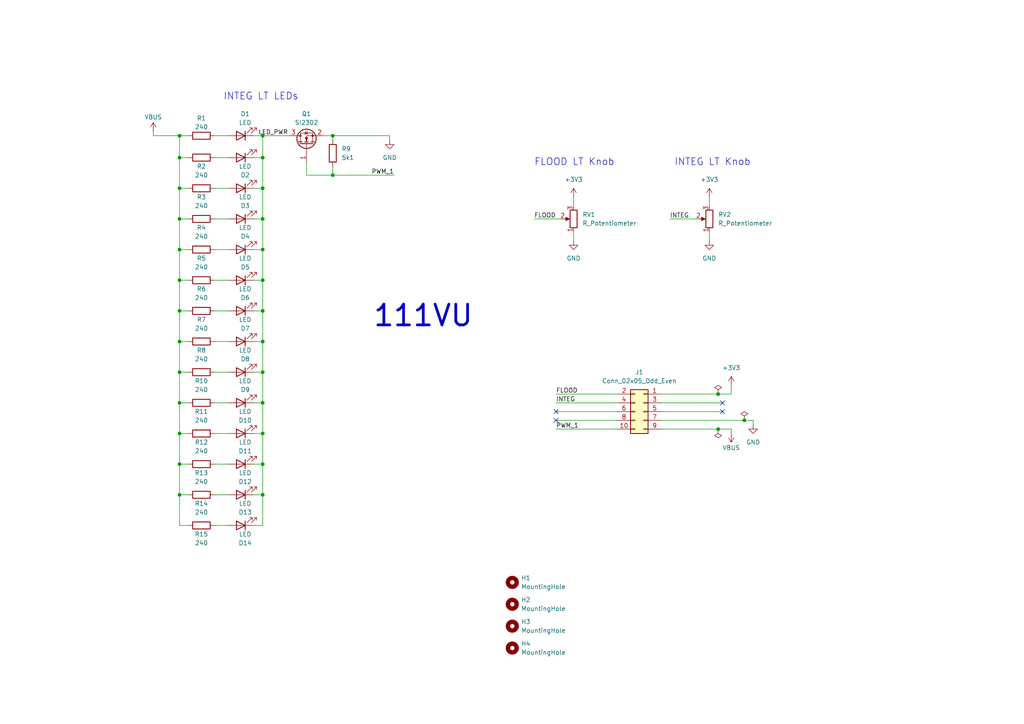
<source format=kicad_sch>
(kicad_sch (version 20230121) (generator eeschema)
  (paper "A4")
  (title_block (title "111VU") (date "2024-01-15") (rev "0.1"))
  (lib_symbols
    (symbol "Connector_Generic:Conn_02x05_Odd_Even" (pin_names (offset 1.016) hide)
      (property "Reference" "J" (at 1.27 7.62 0))
      (property "Value" "Conn_02x05_Odd_Even" (at 1.27 -7.62 0))
      (symbol "Conn_02x05_Odd_Even_1_1"
        (rectangle (start -1.27 -4.953) (end 0 -5.207) (stroke (width 0.1524)))
        (rectangle (start -1.27 -2.413) (end 0 -2.667) (stroke (width 0.1524)))
        (rectangle (start -1.27 0.127) (end 0 -0.127) (stroke (width 0.1524)))
        (rectangle (start -1.27 2.667) (end 0 2.413) (stroke (width 0.1524)))
        (rectangle (start -1.27 5.207) (end 0 4.953) (stroke (width 0.1524)))
        (rectangle (start -1.27 6.35) (end 3.81 -6.35) (stroke (width 0.254)) (fill (type background)))
        (rectangle (start 3.81 -4.953) (end 2.54 -5.207) (stroke (width 0.1524)))
        (rectangle (start 3.81 -2.413) (end 2.54 -2.667) (stroke (width 0.1524)))
        (rectangle (start 3.81 0.127) (end 2.54 -0.127) (stroke (width 0.1524)))
        (rectangle (start 3.81 2.667) (end 2.54 2.413) (stroke (width 0.1524)))
        (rectangle (start 3.81 5.207) (end 2.54 4.953) (stroke (width 0.1524)))
        (pin passive line (at -5.08 5.08 0) (length 3.81) (name "Pin_1") (number "1"))
        (pin passive line (at 7.62 -5.08 180) (length 3.81) (name "Pin_10") (number "10"))
        (pin passive line (at 7.62 5.08 180) (length 3.81) (name "Pin_2") (number "2"))
        (pin passive line (at -5.08 2.54 0) (length 3.81) (name "Pin_3") (number "3"))
        (pin passive line (at 7.62 2.54 180) (length 3.81) (name "Pin_4") (number "4"))
        (pin passive line (at -5.08 0 0) (length 3.81) (name "Pin_5") (number "5"))
        (pin passive line (at 7.62 0 180) (length 3.81) (name "Pin_6") (number "6"))
        (pin passive line (at -5.08 -2.54 0) (length 3.81) (name "Pin_7") (number "7"))
        (pin passive line (at 7.62 -2.54 180) (length 3.81) (name "Pin_8") (number "8"))
        (pin passive line (at -5.08 -5.08 0) (length 3.81) (name "Pin_9") (number "9"))
      )
    )
    (symbol "Device:LED" (pin_numbers hide) (pin_names (offset 1.016) hide)
      (property "Reference" "D" (at 0 2.54 0))
      (property "Value" "LED" (at 0 -2.54 0))
      (symbol "LED_0_1"
        (polyline (pts (xy -1.27 -1.27) (xy -1.27 1.27)) (stroke (width 0.254)))
        (polyline (pts (xy -1.27 0) (xy 1.27 0)))
        (polyline (pts (xy 1.27 -1.27) (xy 1.27 1.27) (xy -1.27 0) (xy 1.27 -1.27)) (stroke (width 0.254)))
        (polyline (pts (xy -3.048 -0.762) (xy -4.572 -2.286) (xy -3.81 -2.286) (xy -4.572 -2.286) (xy -4.572 -1.524)))
        (polyline (pts (xy -1.778 -0.762) (xy -3.302 -2.286) (xy -2.54 -2.286) (xy -3.302 -2.286) (xy -3.302 -1.524)))
      )
      (symbol "LED_1_1"
        (pin passive line (at -3.81 0 0) (length 2.54) (name "K") (number "1"))
        (pin passive line (at 3.81 0 180) (length 2.54) (name "A") (number "2"))
      )
    )
    (symbol "Device:R" (pin_numbers hide) (pin_names (offset 0))
      (property "Reference" "R" (at 2.032 0 90))
      (property "Value" "R" (at 0 0 90))
      (symbol "R_0_1"
        (rectangle (start -1.016 -2.54) (end 1.016 2.54) (stroke (width 0.254)))
      )
      (symbol "R_1_1"
        (pin passive line (at 0 3.81 270) (length 1.27) (name "~") (number "1"))
        (pin passive line (at 0 -3.81 90) (length 1.27) (name "~") (number "2"))
      )
    )
    (symbol "Device:R_Potentiometer" (pin_names (offset 1.016) hide)
      (property "Reference" "RV" (at -4.445 0 90))
      (property "Value" "R_Potentiometer" (at -2.54 0 90))
      (symbol "R_Potentiometer_0_1"
        (polyline (pts (xy 2.54 0) (xy 1.524 0)))
        (polyline (pts (xy 1.143 0) (xy 2.286 0.508) (xy 2.286 -0.508) (xy 1.143 0)) (fill (type outline)))
        (rectangle (start 1.016 2.54) (end -1.016 -2.54) (stroke (width 0.254)))
      )
      (symbol "R_Potentiometer_1_1"
        (pin passive line (at 0 3.81 270) (length 1.27) (name "1") (number "1"))
        (pin passive line (at 3.81 0 180) (length 1.27) (name "2") (number "2"))
        (pin passive line (at 0 -3.81 90) (length 1.27) (name "3") (number "3"))
      )
    )
    (symbol "Mechanical:MountingHole" (pin_names (offset 1.016))
      (property "Reference" "H" (at 0 5.08 0))
      (property "Value" "MountingHole" (at 0 3.175 0))
      (symbol "MountingHole_0_1"
        (circle (center 0 0) (radius 1.27) (stroke (width 1.27)))
      )
    )
    (symbol "Transistor_FET:2N7002K" (pin_names hide)
      (property "Reference" "Q" (at 5.08 1.905 0))
      (property "Value" "2N7002K" (at 5.08 0 0))
      (symbol "2N7002K_0_1"
        (polyline (pts (xy 0.254 0) (xy -2.54 0)))
        (polyline (pts (xy 0.254 1.905) (xy 0.254 -1.905)) (stroke (width 0.254)))
        (polyline (pts (xy 0.762 -1.27) (xy 0.762 -2.286)) (stroke (width 0.254)))
        (polyline (pts (xy 0.762 0.508) (xy 0.762 -0.508)) (stroke (width 0.254)))
        (polyline (pts (xy 0.762 2.286) (xy 0.762 1.27)) (stroke (width 0.254)))
        (polyline (pts (xy 2.54 2.54) (xy 2.54 1.778)))
        (polyline (pts (xy 2.54 -2.54) (xy 2.54 0) (xy 0.762 0)))
        (polyline (pts (xy 0.762 -1.778) (xy 3.302 -1.778) (xy 3.302 1.778) (xy 0.762 1.778)))
        (polyline (pts (xy 1.016 0) (xy 2.032 0.381) (xy 2.032 -0.381) (xy 1.016 0)) (fill (type outline)))
        (polyline (pts (xy 2.794 0.508) (xy 2.921 0.381) (xy 3.683 0.381) (xy 3.81 0.254)))
        (polyline (pts (xy 3.302 0.381) (xy 2.921 -0.254) (xy 3.683 -0.254) (xy 3.302 0.381)))
        (circle (center 1.651 0) (radius 2.794) (stroke (width 0.254)))
        (circle (center 2.54 -1.778) (radius 0.254) (fill (type outline)))
        (circle (center 2.54 1.778) (radius 0.254) (fill (type outline)))
      )
      (symbol "2N7002K_1_1"
        (pin input line (at -5.08 0 0) (length 2.54) (name "G") (number "1"))
        (pin passive line (at 2.54 -5.08 90) (length 2.54) (name "S") (number "2"))
        (pin passive line (at 2.54 5.08 270) (length 2.54) (name "D") (number "3"))
      )
    )
    (symbol "power:+3V3" (power) (pin_names (offset 0))
      (property "Value" "+3V3" (at 0 3.556 0))
      (symbol "+3V3_0_1"
        (polyline (pts (xy -0.762 1.27) (xy 0 2.54)))
        (polyline (pts (xy 0 0) (xy 0 2.54)))
        (polyline (pts (xy 0 2.54) (xy 0.762 1.27)))
      )
      (symbol "+3V3_1_1"
        (pin power_in line (at 0 0 90) (length 0) hide (name "+3V3") (number "1"))
      )
    )
    (symbol "power:GND" (power) (pin_names (offset 0))
      (property "Value" "GND" (at 0 -3.81 0))
      (symbol "GND_0_1"
        (polyline (pts (xy 0 0) (xy 0 -1.27) (xy 1.27 -1.27) (xy 0 -2.54) (xy -1.27 -1.27) (xy 0 -1.27)))
      )
      (symbol "GND_1_1"
        (pin power_in line (at 0 0 270) (length 0) hide (name "GND") (number "1"))
      )
    )
    (symbol "power:PWR_FLAG" (power) (pin_numbers hide) (pin_names (offset 0) hide)
      (property "Value" "PWR_FLAG" (at 0 3.81 0))
      (symbol "PWR_FLAG_0_0"
        (pin power_out line (at 0 0 90) (length 0) (name "pwr") (number "1"))
      )
      (symbol "PWR_FLAG_0_1"
        (polyline (pts (xy 0 0) (xy 0 1.27) (xy -1.016 1.905) (xy 0 2.54) (xy 1.016 1.905) (xy 0 1.27)))
      )
    )
    (symbol "power:VBUS" (power) (pin_names (offset 0))
      (property "Value" "VBUS" (at 0 3.81 0))
      (symbol "VBUS_0_1"
        (polyline (pts (xy -0.762 1.27) (xy 0 2.54)))
        (polyline (pts (xy 0 0) (xy 0 2.54)))
        (polyline (pts (xy 0 2.54) (xy 0.762 1.27)))
      )
      (symbol "VBUS_1_1"
        (pin power_in line (at 0 0 90) (length 0) hide (name "VBUS") (number "1"))
      )
    )
  )
  (junction (at 52.07 125.73))
  (junction (at 52.07 45.72))
  (junction (at 96.52 39.37))
  (junction (at 52.07 90.17))
  (junction (at 76.2 72.39))
  (junction (at 76.2 39.37))
  (junction (at 76.2 54.61))
  (junction (at 52.07 107.95))
  (junction (at 52.07 72.39))
  (junction (at 215.9 121.92))
  (junction (at 52.07 63.5))
  (junction (at 76.2 107.95))
  (junction (at 52.07 39.37))
  (junction (at 76.2 99.06))
  (junction (at 76.2 143.51))
  (junction (at 52.07 134.62))
  (junction (at 52.07 99.06))
  (junction (at 208.28 114.3))
  (junction (at 76.2 90.17))
  (junction (at 76.2 81.28))
  (junction (at 52.07 116.84))
  (junction (at 96.52 50.8))
  (junction (at 208.28 124.46))
  (junction (at 76.2 45.72))
  (junction (at 52.07 54.61))
  (junction (at 76.2 63.5))
  (junction (at 52.07 143.51))
  (junction (at 76.2 116.84))
  (junction (at 76.2 134.62))
  (junction (at 76.2 125.73))
  (junction (at 52.07 81.28))
  (no_connect (at 209.55 116.84))
  (no_connect (at 209.55 119.38))
  (no_connect (at 161.29 119.38))
  (no_connect (at 161.29 121.92))
  (wire (pts (xy 73.66 45.72) (xy 76.2 45.72)))
  (wire (pts (xy 76.2 63.5) (xy 76.2 72.39)))
  (wire (pts (xy 52.07 72.39) (xy 54.61 72.39)))
  (wire (pts (xy 73.66 125.73) (xy 76.2 125.73)))
  (wire (pts (xy 205.74 67.31) (xy 205.74 69.85)))
  (wire (pts (xy 76.2 72.39) (xy 76.2 81.28)))
  (wire (pts (xy 88.9 50.8) (xy 96.52 50.8)))
  (wire (pts (xy 76.2 134.62) (xy 76.2 143.51)))
  (wire (pts (xy 62.23 99.06) (xy 66.04 99.06)))
  (wire (pts (xy 52.07 125.73) (xy 54.61 125.73)))
  (wire (pts (xy 52.07 116.84) (xy 52.07 125.73)))
  (wire (pts (xy 54.61 99.06) (xy 52.07 99.06)))
  (wire (pts (xy 191.77 116.84) (xy 209.55 116.84)))
  (wire (pts (xy 161.29 124.46) (xy 179.07 124.46)))
  (wire (pts (xy 73.66 39.37) (xy 76.2 39.37)))
  (wire (pts (xy 88.9 46.99) (xy 88.9 50.8)))
  (wire (pts (xy 76.2 45.72) (xy 76.2 54.61)))
  (wire (pts (xy 62.23 152.4) (xy 66.04 152.4)))
  (wire (pts (xy 52.07 143.51) (xy 54.61 143.51)))
  (wire (pts (xy 62.23 90.17) (xy 66.04 90.17)))
  (wire (pts (xy 113.03 40.64) (xy 113.03 39.37)))
  (wire (pts (xy 52.07 63.5) (xy 52.07 72.39)))
  (wire (pts (xy 52.07 81.28) (xy 52.07 90.17)))
  (wire (pts (xy 76.2 54.61) (xy 76.2 63.5)))
  (wire (pts (xy 191.77 119.38) (xy 209.55 119.38)))
  (wire (pts (xy 52.07 54.61) (xy 54.61 54.61)))
  (wire (pts (xy 73.66 116.84) (xy 76.2 116.84)))
  (wire (pts (xy 62.23 39.37) (xy 66.04 39.37)))
  (wire (pts (xy 62.23 107.95) (xy 66.04 107.95)))
  (wire (pts (xy 62.23 143.51) (xy 66.04 143.51)))
  (wire (pts (xy 73.66 54.61) (xy 76.2 54.61)))
  (wire (pts (xy 62.23 72.39) (xy 66.04 72.39)))
  (wire (pts (xy 52.07 125.73) (xy 52.07 134.62)))
  (wire (pts (xy 205.74 57.15) (xy 205.74 59.69)))
  (wire (pts (xy 194.31 63.5) (xy 201.93 63.5)))
  (wire (pts (xy 52.07 45.72) (xy 52.07 54.61)))
  (wire (pts (xy 62.23 54.61) (xy 66.04 54.61)))
  (wire (pts (xy 76.2 107.95) (xy 76.2 116.84)))
  (wire (pts (xy 73.66 72.39) (xy 76.2 72.39)))
  (wire (pts (xy 76.2 90.17) (xy 76.2 99.06)))
  (wire (pts (xy 161.29 119.38) (xy 179.07 119.38)))
  (wire (pts (xy 191.77 121.92) (xy 215.9 121.92)))
  (wire (pts (xy 76.2 39.37) (xy 83.82 39.37)))
  (wire (pts (xy 44.45 39.37) (xy 44.45 38.1)))
  (wire (pts (xy 52.07 39.37) (xy 54.61 39.37)))
  (wire (pts (xy 52.07 54.61) (xy 52.07 63.5)))
  (wire (pts (xy 52.07 143.51) (xy 52.07 152.4)))
  (wire (pts (xy 62.23 81.28) (xy 66.04 81.28)))
  (wire (pts (xy 73.66 152.4) (xy 76.2 152.4)))
  (wire (pts (xy 44.45 39.37) (xy 52.07 39.37)))
  (wire (pts (xy 62.23 134.62) (xy 66.04 134.62)))
  (wire (pts (xy 161.29 116.84) (xy 179.07 116.84)))
  (wire (pts (xy 52.07 134.62) (xy 52.07 143.51)))
  (wire (pts (xy 73.66 143.51) (xy 76.2 143.51)))
  (wire (pts (xy 76.2 143.51) (xy 76.2 152.4)))
  (wire (pts (xy 52.07 90.17) (xy 52.07 99.06)))
  (wire (pts (xy 54.61 45.72) (xy 52.07 45.72)))
  (wire (pts (xy 76.2 81.28) (xy 76.2 90.17)))
  (wire (pts (xy 54.61 81.28) (xy 52.07 81.28)))
  (wire (pts (xy 73.66 63.5) (xy 76.2 63.5)))
  (wire (pts (xy 52.07 63.5) (xy 54.61 63.5)))
  (wire (pts (xy 73.66 81.28) (xy 76.2 81.28)))
  (wire (pts (xy 113.03 39.37) (xy 96.52 39.37)))
  (wire (pts (xy 73.66 90.17) (xy 76.2 90.17)))
  (wire (pts (xy 212.09 124.46) (xy 212.09 125.73)))
  (wire (pts (xy 62.23 125.73) (xy 66.04 125.73)))
  (wire (pts (xy 76.2 39.37) (xy 76.2 45.72)))
  (wire (pts (xy 73.66 107.95) (xy 76.2 107.95)))
  (wire (pts (xy 52.07 90.17) (xy 54.61 90.17)))
  (wire (pts (xy 52.07 107.95) (xy 52.07 116.84)))
  (wire (pts (xy 73.66 99.06) (xy 76.2 99.06)))
  (wire (pts (xy 52.07 99.06) (xy 52.07 107.95)))
  (wire (pts (xy 76.2 125.73) (xy 76.2 134.62)))
  (wire (pts (xy 54.61 116.84) (xy 52.07 116.84)))
  (wire (pts (xy 161.29 114.3) (xy 179.07 114.3)))
  (wire (pts (xy 208.28 114.3) (xy 212.09 114.3)))
  (wire (pts (xy 62.23 45.72) (xy 66.04 45.72)))
  (wire (pts (xy 218.44 121.92) (xy 218.44 123.19)))
  (wire (pts (xy 52.07 72.39) (xy 52.07 81.28)))
  (wire (pts (xy 166.37 57.15) (xy 166.37 59.69)))
  (wire (pts (xy 96.52 39.37) (xy 96.52 40.64)))
  (wire (pts (xy 62.23 63.5) (xy 66.04 63.5)))
  (wire (pts (xy 52.07 45.72) (xy 52.07 39.37)))
  (wire (pts (xy 76.2 99.06) (xy 76.2 107.95)))
  (wire (pts (xy 212.09 111.76) (xy 212.09 114.3)))
  (wire (pts (xy 76.2 116.84) (xy 76.2 125.73)))
  (wire (pts (xy 191.77 124.46) (xy 208.28 124.46)))
  (wire (pts (xy 54.61 134.62) (xy 52.07 134.62)))
  (wire (pts (xy 96.52 50.8) (xy 114.3 50.8)))
  (wire (pts (xy 54.61 152.4) (xy 52.07 152.4)))
  (wire (pts (xy 166.37 67.31) (xy 166.37 69.85)))
  (wire (pts (xy 93.98 39.37) (xy 96.52 39.37)))
  (wire (pts (xy 161.29 121.92) (xy 179.07 121.92)))
  (wire (pts (xy 96.52 48.26) (xy 96.52 50.8)))
  (wire (pts (xy 191.77 114.3) (xy 208.28 114.3)))
  (wire (pts (xy 73.66 134.62) (xy 76.2 134.62)))
  (wire (pts (xy 154.94 63.5) (xy 162.56 63.5)))
  (wire (pts (xy 215.9 121.92) (xy 218.44 121.92)))
  (wire (pts (xy 52.07 107.95) (xy 54.61 107.95)))
  (wire (pts (xy 62.23 116.84) (xy 66.04 116.84)))
  (wire (pts (xy 208.28 124.46) (xy 212.09 124.46)))
  (text "INTEG LT LEDs" (at 64.77 29.21 0) (effects (font (size 2 2)) (justify left bottom)))
  (text "FLOOD LT Knob" (at 154.94 48.26 0) (effects (font (size 2 2)) (justify left bottom)))
  (text "INTEG LT Knob" (at 195.58 48.26 0) (effects (font (size 2 2)) (justify left bottom)))
  (text "111VU" (at 107.95 95.25 0) (effects (font (size 6 6) (thickness 0.8) bold) (justify left bottom)))
  (label "PWM_1" (at 114.3 50.8 180))
  (label "FLOOD" (at 154.94 63.5 0))
  (label "FLOOD" (at 161.29 114.3 0))
  (label "INTEG" (at 194.31 63.5 0))
  (label "LED_PWR" (at 74.93 39.37 0))
  (label "PWM_1" (at 161.29 124.46 0))
  (label "INTEG" (at 161.29 116.84 0))
  (symbol (lib_id "Device:R") (at 58.42 54.61 90) (unit 1)
    (property "Reference" "R3" (at 58.42 57.15 90))
    (property "Value" "240" (at 58.42 59.69 90))
    (property "Footprint" "Resistor_SMD:R_0805_2012Metric" (effects hide))
    (property "Datasheet" "https://www.lcsc.com/datasheet/lcsc_datasheet_2206010200_UNI-ROYAL-Uniroyal-Elec-0805W8F2400T5E_C17572.pdf" (effects hide))
    (property "Manufracturer" "UNI-ROYAL(Uniroyal Elec)" (effects hide))
    (property "Manufracturer Part Number" "0805W8F2400T5E" (effects hide))
    (property "JLCPCB Part" "C17572" (effects hide))
  )
  (symbol (lib_id "power:VBUS") (at 212.09 125.73 180) (unit 1)
    (property "Reference" "#PWR08" (effects hide))
    (property "Value" "VBUS" (at 212.09 129.8631 0))
  )
  (symbol (lib_id "Device:R_Potentiometer") (at 205.74 63.5 180) (unit 1)
    (property "Reference" "RV2" (at 208.28 62.23 0) (effects (justify right)))
    (property "Value" "R_Potentiometer" (at 208.28 64.77 0) (effects (justify right)))
    (property "Footprint" "NiasStuff:Potentiometer_Alps_RK09L_Double_Vertical" (effects hide))
    (property "Datasheet" "https://datasheet.lcsc.com/lcsc/1912111437_ALPSALPINE-RK09L1240A12_C380211.pdf" (effects hide))
    (property "Manufracturer" "ALPSALPINE" (effects hide))
    (property "Manufracturer Part Number" "RK09L1240A12" (effects hide))
    (property "JLCPCB Part" "C380211" (effects hide))
  )
  (symbol (lib_id "Device:LED") (at 69.85 54.61 180) (unit 1)
    (property "Reference" "D3" (at 71.12 59.69 0))
    (property "Value" "LED" (at 71.12 57.15 0))
    (property "Footprint" "LED_SMD:LED_0805_2012Metric" (effects hide))
    (property "Datasheet" "https://www.lcsc.com/datasheet/lcsc_datasheet_2402181504_XINGLIGHT-XL-2012WWC-DS_C3646928.pdf" (effects hide))
    (property "Manufracturer" "XINGLIGHT" (effects hide))
    (property "Manufracturer Part Number" "XL-2012WWC-DS" (effects hide))
    (property "JLCPCB Part" "C3646928" (effects hide))
  )
  (symbol (lib_id "power:+3V3") (at 166.37 57.15 0) (unit 1)
    (property "Reference" "#PWR02" (effects hide))
    (property "Value" "+3V3" (at 166.37 52.07 0))
  )
  (symbol (lib_id "Device:R") (at 58.42 107.95 90) (unit 1)
    (property "Reference" "R10" (at 58.42 110.49 90))
    (property "Value" "240" (at 58.42 113.03 90))
    (property "Footprint" "Resistor_SMD:R_0805_2012Metric" (effects hide))
    (property "Datasheet" "https://www.lcsc.com/datasheet/lcsc_datasheet_2206010200_UNI-ROYAL-Uniroyal-Elec-0805W8F2400T5E_C17572.pdf" (effects hide))
    (property "Manufracturer" "UNI-ROYAL(Uniroyal Elec)" (effects hide))
    (property "Manufracturer Part Number" "0805W8F2400T5E" (effects hide))
    (property "JLCPCB Part" "C17572" (effects hide))
  )
  (symbol (lib_id "Device:R_Potentiometer") (at 166.37 63.5 180) (unit 1)
    (property "Reference" "RV1" (at 168.91 62.23 0) (effects (justify right)))
    (property "Value" "R_Potentiometer" (at 168.91 64.77 0) (effects (justify right)))
    (property "Footprint" "NiasStuff:Potentiometer_Alps_RK09L_Double_Vertical" (effects hide))
    (property "Datasheet" "https://datasheet.lcsc.com/lcsc/1912111437_ALPSALPINE-RK09L1240A12_C380211.pdf" (effects hide))
    (property "Manufracturer" "ALPSALPINE" (effects hide))
    (property "Manufracturer Part Number" "RK09L1240A12" (effects hide))
    (property "JLCPCB Part" "C380211" (effects hide))
  )
  (symbol (lib_id "Device:R") (at 58.42 152.4 90) (unit 1)
    (property "Reference" "R15" (at 58.42 154.94 90))
    (property "Value" "240" (at 58.42 157.48 90))
    (property "Footprint" "Resistor_SMD:R_0805_2012Metric" (effects hide))
    (property "Datasheet" "https://www.lcsc.com/datasheet/lcsc_datasheet_2206010200_UNI-ROYAL-Uniroyal-Elec-0805W8F2400T5E_C17572.pdf" (effects hide))
    (property "Manufracturer" "UNI-ROYAL(Uniroyal Elec)" (effects hide))
    (property "Manufracturer Part Number" "0805W8F2400T5E" (effects hide))
    (property "JLCPCB Part" "C17572" (effects hide))
  )
  (symbol (lib_id "Device:LED") (at 69.85 152.4 180) (unit 1)
    (property "Reference" "D14" (at 71.12 157.48 0))
    (property "Value" "LED" (at 71.12 154.94 0))
    (property "Footprint" "LED_SMD:LED_0805_2012Metric" (effects hide))
    (property "Datasheet" "https://www.lcsc.com/datasheet/lcsc_datasheet_2402181504_XINGLIGHT-XL-2012WWC-DS_C3646928.pdf" (effects hide))
    (property "Manufracturer" "XINGLIGHT" (effects hide))
    (property "Manufracturer Part Number" "XL-2012WWC-DS" (effects hide))
    (property "JLCPCB Part" "C3646928" (effects hide))
  )
  (symbol (lib_id "power:GND") (at 166.37 69.85 0) (unit 1)
    (property "Reference" "#PWR03" (effects hide))
    (property "Value" "GND" (at 166.37 74.93 0))
  )
  (symbol (lib_id "Connector_Generic:Conn_02x05_Odd_Even") (at 186.69 119.38 0) (mirror y) (unit 1)
    (property "Reference" "J1" (at 185.42 107.95 0))
    (property "Value" "Conn_02x05_Odd_Even" (at 185.42 110.49 0))
    (property "Footprint" "Connector_IDC:IDC-Header_2x05_P2.54mm_Vertical" (effects hide))
    (property "Datasheet" "https://www.lcsc.com/datasheet/lcsc_datasheet_1810281612_BOOMELE-Boom-Precision-Elec-2-54-2-5P_C5665.pdf" (effects hide))
    (property "JLCPCB Part" "C5665" (effects hide))
    (property "Manufracturer" "BOOMELE(Boom Precision Elec)" (effects hide))
    (property "Manufracturer Part Number" "2.54-2*5P" (effects hide))
  )
  (symbol (lib_id "power:GND") (at 205.74 69.85 0) (unit 1)
    (property "Reference" "#PWR05" (effects hide))
    (property "Value" "GND" (at 205.74 74.93 0))
  )
  (symbol (lib_id "Device:LED") (at 69.85 99.06 180) (unit 1)
    (property "Reference" "D8" (at 71.12 104.14 0))
    (property "Value" "LED" (at 71.12 101.6 0))
    (property "Footprint" "LED_SMD:LED_0805_2012Metric" (effects hide))
    (property "Datasheet" "https://www.lcsc.com/datasheet/lcsc_datasheet_2402181504_XINGLIGHT-XL-2012WWC-DS_C3646928.pdf" (effects hide))
    (property "Manufracturer" "XINGLIGHT" (effects hide))
    (property "Manufracturer Part Number" "XL-2012WWC-DS" (effects hide))
    (property "JLCPCB Part" "C3646928" (effects hide))
  )
  (symbol (lib_id "Device:R") (at 58.42 45.72 90) (unit 1)
    (property "Reference" "R2" (at 58.42 48.26 90))
    (property "Value" "240" (at 58.42 50.8 90))
    (property "Footprint" "Resistor_SMD:R_0805_2012Metric" (effects hide))
    (property "Datasheet" "https://www.lcsc.com/datasheet/lcsc_datasheet_2206010200_UNI-ROYAL-Uniroyal-Elec-0805W8F2400T5E_C17572.pdf" (effects hide))
    (property "Manufracturer" "UNI-ROYAL(Uniroyal Elec)" (effects hide))
    (property "Manufracturer Part Number" "0805W8F2400T5E" (effects hide))
    (property "JLCPCB Part" "C17572" (effects hide))
  )
  (symbol (lib_id "power:+3V3") (at 212.09 111.76 0) (unit 1)
    (property "Reference" "#PWR07" (effects hide))
    (property "Value" "+3V3" (at 212.09 106.68 0))
  )
  (symbol (lib_id "Device:R") (at 58.42 72.39 90) (unit 1)
    (property "Reference" "R5" (at 58.42 74.93 90))
    (property "Value" "240" (at 58.42 77.47 90))
    (property "Footprint" "Resistor_SMD:R_0805_2012Metric" (effects hide))
    (property "Datasheet" "https://www.lcsc.com/datasheet/lcsc_datasheet_2206010200_UNI-ROYAL-Uniroyal-Elec-0805W8F2400T5E_C17572.pdf" (effects hide))
    (property "Manufracturer" "UNI-ROYAL(Uniroyal Elec)" (effects hide))
    (property "Manufracturer Part Number" "0805W8F2400T5E" (effects hide))
    (property "JLCPCB Part" "C17572" (effects hide))
  )
  (symbol (lib_id "Device:LED") (at 69.85 116.84 180) (unit 1)
    (property "Reference" "D10" (at 71.12 121.92 0))
    (property "Value" "LED" (at 71.12 119.38 0))
    (property "Footprint" "LED_SMD:LED_0805_2012Metric" (effects hide))
    (property "Datasheet" "https://www.lcsc.com/datasheet/lcsc_datasheet_2402181504_XINGLIGHT-XL-2012WWC-DS_C3646928.pdf" (effects hide))
    (property "Manufracturer" "XINGLIGHT" (effects hide))
    (property "Manufracturer Part Number" "XL-2012WWC-DS" (effects hide))
    (property "JLCPCB Part" "C3646928" (effects hide))
  )
  (symbol (lib_id "Device:R") (at 58.42 134.62 90) (unit 1)
    (property "Reference" "R13" (at 58.42 137.16 90))
    (property "Value" "240" (at 58.42 139.7 90))
    (property "Footprint" "Resistor_SMD:R_0805_2012Metric" (effects hide))
    (property "Datasheet" "https://www.lcsc.com/datasheet/lcsc_datasheet_2206010200_UNI-ROYAL-Uniroyal-Elec-0805W8F2400T5E_C17572.pdf" (effects hide))
    (property "Manufracturer" "UNI-ROYAL(Uniroyal Elec)" (effects hide))
    (property "Manufracturer Part Number" "0805W8F2400T5E" (effects hide))
    (property "JLCPCB Part" "C17572" (effects hide))
  )
  (symbol (lib_id "Mechanical:MountingHole") (at 148.59 168.91 0) (unit 1) (in_bom no)
    (property "Reference" "H1" (at 151.13 167.64 0) (effects (justify left)))
    (property "Value" "MountingHole" (at 151.13 170.18 0) (effects (justify left)))
    (property "Footprint" "MountingHole:MountingHole_2.2mm_M2" (effects hide))
  )
  (symbol (lib_id "Device:LED") (at 69.85 125.73 180) (unit 1)
    (property "Reference" "D11" (at 71.12 130.81 0))
    (property "Value" "LED" (at 71.12 128.27 0))
    (property "Footprint" "LED_SMD:LED_0805_2012Metric" (effects hide))
    (property "Datasheet" "https://www.lcsc.com/datasheet/lcsc_datasheet_2402181504_XINGLIGHT-XL-2012WWC-DS_C3646928.pdf" (effects hide))
    (property "Manufracturer" "XINGLIGHT" (effects hide))
    (property "Manufracturer Part Number" "XL-2012WWC-DS" (effects hide))
    (property "JLCPCB Part" "C3646928" (effects hide))
  )
  (symbol (lib_id "Device:LED") (at 69.85 72.39 180) (unit 1)
    (property "Reference" "D5" (at 71.12 77.47 0))
    (property "Value" "LED" (at 71.12 74.93 0))
    (property "Footprint" "LED_SMD:LED_0805_2012Metric" (effects hide))
    (property "Datasheet" "https://www.lcsc.com/datasheet/lcsc_datasheet_2402181504_XINGLIGHT-XL-2012WWC-DS_C3646928.pdf" (effects hide))
    (property "Manufracturer" "XINGLIGHT" (effects hide))
    (property "Manufracturer Part Number" "XL-2012WWC-DS" (effects hide))
    (property "JLCPCB Part" "C3646928" (effects hide))
  )
  (symbol (lib_id "Mechanical:MountingHole") (at 148.59 187.96 0) (unit 1) (in_bom no)
    (property "Reference" "H4" (at 151.13 186.69 0) (effects (justify left)))
    (property "Value" "MountingHole" (at 151.13 189.23 0) (effects (justify left)))
    (property "Footprint" "MountingHole:MountingHole_2.2mm_M2" (effects hide))
  )
  (symbol (lib_id "Device:R") (at 58.42 125.73 90) (unit 1)
    (property "Reference" "R12" (at 58.42 128.27 90))
    (property "Value" "240" (at 58.42 130.81 90))
    (property "Footprint" "Resistor_SMD:R_0805_2012Metric" (effects hide))
    (property "Datasheet" "https://www.lcsc.com/datasheet/lcsc_datasheet_2206010200_UNI-ROYAL-Uniroyal-Elec-0805W8F2400T5E_C17572.pdf" (effects hide))
    (property "Manufracturer" "UNI-ROYAL(Uniroyal Elec)" (effects hide))
    (property "Manufracturer Part Number" "0805W8F2400T5E" (effects hide))
    (property "JLCPCB Part" "C17572" (effects hide))
  )
  (symbol (lib_id "Device:LED") (at 69.85 39.37 180) (unit 1)
    (property "Reference" "D1" (at 71.12 33.02 0))
    (property "Value" "LED" (at 71.12 35.56 0))
    (property "Footprint" "LED_SMD:LED_0805_2012Metric" (effects hide))
    (property "Datasheet" "https://www.lcsc.com/datasheet/lcsc_datasheet_2402181504_XINGLIGHT-XL-2012WWC-DS_C3646928.pdf" (effects hide))
    (property "Manufracturer" "XINGLIGHT" (effects hide))
    (property "Manufracturer Part Number" "XL-2012WWC-DS" (effects hide))
    (property "JLCPCB Part" "C3646928" (effects hide))
  )
  (symbol (lib_id "Device:R") (at 58.42 143.51 90) (unit 1)
    (property "Reference" "R14" (at 58.42 146.05 90))
    (property "Value" "240" (at 58.42 148.59 90))
    (property "Footprint" "Resistor_SMD:R_0805_2012Metric" (effects hide))
    (property "Datasheet" "https://www.lcsc.com/datasheet/lcsc_datasheet_2206010200_UNI-ROYAL-Uniroyal-Elec-0805W8F2400T5E_C17572.pdf" (effects hide))
    (property "Manufracturer" "UNI-ROYAL(Uniroyal Elec)" (effects hide))
    (property "Manufracturer Part Number" "0805W8F2400T5E" (effects hide))
    (property "JLCPCB Part" "C17572" (effects hide))
  )
  (symbol (lib_id "power:+3V3") (at 205.74 57.15 0) (unit 1)
    (property "Reference" "#PWR04" (effects hide))
    (property "Value" "+3V3" (at 205.74 52.07 0))
  )
  (symbol (lib_id "power:GND") (at 113.03 40.64 0) (unit 1)
    (property "Reference" "#PWR06" (effects hide))
    (property "Value" "GND" (at 113.03 45.72 0))
  )
  (symbol (lib_id "Device:R") (at 58.42 90.17 90) (unit 1)
    (property "Reference" "R7" (at 58.42 92.71 90))
    (property "Value" "240" (at 58.42 95.25 90))
    (property "Footprint" "Resistor_SMD:R_0805_2012Metric" (effects hide))
    (property "Datasheet" "https://www.lcsc.com/datasheet/lcsc_datasheet_2206010200_UNI-ROYAL-Uniroyal-Elec-0805W8F2400T5E_C17572.pdf" (effects hide))
    (property "Manufracturer" "UNI-ROYAL(Uniroyal Elec)" (effects hide))
    (property "Manufracturer Part Number" "0805W8F2400T5E" (effects hide))
    (property "JLCPCB Part" "C17572" (effects hide))
  )
  (symbol (lib_id "Mechanical:MountingHole") (at 148.59 175.26 0) (unit 1) (in_bom no)
    (property "Reference" "H2" (at 151.13 173.99 0) (effects (justify left)))
    (property "Value" "MountingHole" (at 151.13 176.53 0) (effects (justify left)))
    (property "Footprint" "MountingHole:MountingHole_2.2mm_M2" (effects hide))
  )
  (symbol (lib_id "Device:LED") (at 69.85 134.62 180) (unit 1)
    (property "Reference" "D12" (at 71.12 139.7 0))
    (property "Value" "LED" (at 71.12 137.16 0))
    (property "Footprint" "LED_SMD:LED_0805_2012Metric" (effects hide))
    (property "Datasheet" "https://www.lcsc.com/datasheet/lcsc_datasheet_2402181504_XINGLIGHT-XL-2012WWC-DS_C3646928.pdf" (effects hide))
    (property "Manufracturer" "XINGLIGHT" (effects hide))
    (property "Manufracturer Part Number" "XL-2012WWC-DS" (effects hide))
    (property "JLCPCB Part" "C3646928" (effects hide))
  )
  (symbol (lib_id "Device:R") (at 58.42 81.28 90) (unit 1)
    (property "Reference" "R6" (at 58.42 83.82 90))
    (property "Value" "240" (at 58.42 86.36 90))
    (property "Footprint" "Resistor_SMD:R_0805_2012Metric" (effects hide))
    (property "Datasheet" "https://www.lcsc.com/datasheet/lcsc_datasheet_2206010200_UNI-ROYAL-Uniroyal-Elec-0805W8F2400T5E_C17572.pdf" (effects hide))
    (property "Manufracturer" "UNI-ROYAL(Uniroyal Elec)" (effects hide))
    (property "Manufracturer Part Number" "0805W8F2400T5E" (effects hide))
    (property "JLCPCB Part" "C17572" (effects hide))
  )
  (symbol (lib_id "Device:R") (at 58.42 99.06 90) (unit 1)
    (property "Reference" "R8" (at 58.42 101.6 90))
    (property "Value" "240" (at 58.42 104.14 90))
    (property "Footprint" "Resistor_SMD:R_0805_2012Metric" (effects hide))
    (property "Datasheet" "https://www.lcsc.com/datasheet/lcsc_datasheet_2206010200_UNI-ROYAL-Uniroyal-Elec-0805W8F2400T5E_C17572.pdf" (effects hide))
    (property "Manufracturer" "UNI-ROYAL(Uniroyal Elec)" (effects hide))
    (property "Manufracturer Part Number" "0805W8F2400T5E" (effects hide))
    (property "JLCPCB Part" "C17572" (effects hide))
  )
  (symbol (lib_id "Device:LED") (at 69.85 63.5 180) (unit 1)
    (property "Reference" "D4" (at 71.12 68.58 0))
    (property "Value" "LED" (at 71.12 66.04 0))
    (property "Footprint" "LED_SMD:LED_0805_2012Metric" (effects hide))
    (property "Datasheet" "https://www.lcsc.com/datasheet/lcsc_datasheet_2402181504_XINGLIGHT-XL-2012WWC-DS_C3646928.pdf" (effects hide))
    (property "Manufracturer" "XINGLIGHT" (effects hide))
    (property "Manufracturer Part Number" "XL-2012WWC-DS" (effects hide))
    (property "JLCPCB Part" "C3646928" (effects hide))
  )
  (symbol (lib_id "power:PWR_FLAG") (at 215.9 121.92 0) (unit 1)
    (property "Reference" "#FLG03" (effects hide))
    (property "Value" "PWR_FLAG" (effects hide))
  )
  (symbol (lib_id "Device:R") (at 96.52 44.45 180) (unit 1)
    (property "Reference" "R9" (at 99.06 43.18 0) (effects (justify right)))
    (property "Value" "5k1" (at 99.06 45.72 0) (effects (justify right)))
    (property "Footprint" "Resistor_SMD:R_0603_1608Metric" (effects hide))
    (property "Datasheet" "https://www.lcsc.com/datasheet/lcsc_datasheet_2206010116_UNI-ROYAL-Uniroyal-Elec-0603WAF5101T5E_C23186.pdf" (effects hide))
    (property "JLCPCB Part" "C23186" (effects hide))
    (property "Manufracturer" "UNI-ROYAL(Uniroyal Elec)" (effects hide))
    (property "Manufracturer Part Number" "0603WAF5101T5E" (effects hide))
  )
  (symbol (lib_id "Mechanical:MountingHole") (at 148.59 181.61 0) (unit 1) (in_bom no)
    (property "Reference" "H3" (at 151.13 180.34 0) (effects (justify left)))
    (property "Value" "MountingHole" (at 151.13 182.88 0) (effects (justify left)))
    (property "Footprint" "MountingHole:MountingHole_2.2mm_M2" (effects hide))
  )
  (symbol (lib_id "Device:R") (at 58.42 39.37 90) (unit 1)
    (property "Reference" "R1" (at 58.42 34.29 90))
    (property "Value" "240" (at 58.42 36.83 90))
    (property "Footprint" "Resistor_SMD:R_0805_2012Metric" (effects hide))
    (property "Datasheet" "https://www.lcsc.com/datasheet/lcsc_datasheet_2206010200_UNI-ROYAL-Uniroyal-Elec-0805W8F2400T5E_C17572.pdf" (effects hide))
    (property "Manufracturer" "UNI-ROYAL(Uniroyal Elec)" (effects hide))
    (property "Manufracturer Part Number" "0805W8F2400T5E" (effects hide))
    (property "JLCPCB Part" "C17572" (effects hide))
  )
  (symbol (lib_id "Device:LED") (at 69.85 107.95 180) (unit 1)
    (property "Reference" "D9" (at 71.12 113.03 0))
    (property "Value" "LED" (at 71.12 110.49 0))
    (property "Footprint" "LED_SMD:LED_0805_2012Metric" (effects hide))
    (property "Datasheet" "https://www.lcsc.com/datasheet/lcsc_datasheet_2402181504_XINGLIGHT-XL-2012WWC-DS_C3646928.pdf" (effects hide))
    (property "Manufracturer" "XINGLIGHT" (effects hide))
    (property "Manufracturer Part Number" "XL-2012WWC-DS" (effects hide))
    (property "JLCPCB Part" "C3646928" (effects hide))
  )
  (symbol (lib_id "Device:LED") (at 69.85 81.28 180) (unit 1)
    (property "Reference" "D6" (at 71.12 86.36 0))
    (property "Value" "LED" (at 71.12 83.82 0))
    (property "Footprint" "LED_SMD:LED_0805_2012Metric" (effects hide))
    (property "Datasheet" "https://www.lcsc.com/datasheet/lcsc_datasheet_2402181504_XINGLIGHT-XL-2012WWC-DS_C3646928.pdf" (effects hide))
    (property "Manufracturer" "XINGLIGHT" (effects hide))
    (property "Manufracturer Part Number" "XL-2012WWC-DS" (effects hide))
    (property "JLCPCB Part" "C3646928" (effects hide))
  )
  (symbol (lib_id "power:PWR_FLAG") (at 208.28 124.46 180) (unit 1)
    (property "Reference" "#FLG02" (effects hide))
    (property "Value" "PWR_FLAG" (effects hide))
  )
  (symbol (lib_id "power:GND") (at 218.44 123.19 0) (unit 1)
    (property "Reference" "#PWR09" (effects hide))
    (property "Value" "GND" (at 218.44 128.27 0))
  )
  (symbol (lib_id "power:VBUS") (at 44.45 38.1 0) (unit 1)
    (property "Reference" "#PWR01" (effects hide))
    (property "Value" "VBUS" (at 44.45 33.9669 0))
  )
  (symbol (lib_id "Device:LED") (at 69.85 143.51 180) (unit 1)
    (property "Reference" "D13" (at 71.12 148.59 0))
    (property "Value" "LED" (at 71.12 146.05 0))
    (property "Footprint" "LED_SMD:LED_0805_2012Metric" (effects hide))
    (property "Datasheet" "https://www.lcsc.com/datasheet/lcsc_datasheet_2402181504_XINGLIGHT-XL-2012WWC-DS_C3646928.pdf" (effects hide))
    (property "Manufracturer" "XINGLIGHT" (effects hide))
    (property "Manufracturer Part Number" "XL-2012WWC-DS" (effects hide))
    (property "JLCPCB Part" "C3646928" (effects hide))
  )
  (symbol (lib_id "Transistor_FET:2N7002K") (at 88.9 41.91 90) (unit 1)
    (property "Reference" "Q1" (at 88.9 33.02 90))
    (property "Value" "SI2302" (at 88.9 35.56 90))
    (property "Footprint" "Package_TO_SOT_SMD:SOT-23-3" (effects hide))
    (property "Datasheet" "https://www.lcsc.com/datasheet/lcsc_datasheet_2109011130_YONGYUTAI-SI2302_C2891732.pdf" (effects hide))
    (property "Manufracturer" "YONGYUTAI" (effects hide))
    (property "Manufracturer Part Number" "SI2302" (effects hide))
    (property "JLCPCB Part" "C2891732" (effects hide))
  )
  (symbol (lib_id "Device:R") (at 58.42 63.5 90) (unit 1)
    (property "Reference" "R4" (at 58.42 66.04 90))
    (property "Value" "240" (at 58.42 68.58 90))
    (property "Footprint" "Resistor_SMD:R_0805_2012Metric" (effects hide))
    (property "Datasheet" "https://www.lcsc.com/datasheet/lcsc_datasheet_2206010200_UNI-ROYAL-Uniroyal-Elec-0805W8F2400T5E_C17572.pdf" (effects hide))
    (property "Manufracturer" "UNI-ROYAL(Uniroyal Elec)" (effects hide))
    (property "Manufracturer Part Number" "0805W8F2400T5E" (effects hide))
    (property "JLCPCB Part" "C17572" (effects hide))
  )
  (symbol (lib_id "Device:LED") (at 69.85 90.17 180) (unit 1)
    (property "Reference" "D7" (at 71.12 95.25 0))
    (property "Value" "LED" (at 71.12 92.71 0))
    (property "Footprint" "LED_SMD:LED_0805_2012Metric" (effects hide))
    (property "Datasheet" "https://www.lcsc.com/datasheet/lcsc_datasheet_2402181504_XINGLIGHT-XL-2012WWC-DS_C3646928.pdf" (effects hide))
    (property "Manufracturer" "XINGLIGHT" (effects hide))
    (property "Manufracturer Part Number" "XL-2012WWC-DS" (effects hide))
    (property "JLCPCB Part" "C3646928" (effects hide))
  )
  (symbol (lib_id "power:PWR_FLAG") (at 208.28 114.3 0) (unit 1)
    (property "Reference" "#FLG01" (effects hide))
    (property "Value" "PWR_FLAG" (effects hide))
  )
  (symbol (lib_id "Device:LED") (at 69.85 45.72 180) (unit 1)
    (property "Reference" "D2" (at 71.12 50.8 0))
    (property "Value" "LED" (at 71.12 48.26 0))
    (property "Footprint" "LED_SMD:LED_0805_2012Metric" (effects hide))
    (property "Datasheet" "https://www.lcsc.com/datasheet/lcsc_datasheet_2402181504_XINGLIGHT-XL-2012WWC-DS_C3646928.pdf" (effects hide))
    (property "Manufracturer" "XINGLIGHT" (effects hide))
    (property "Manufracturer Part Number" "XL-2012WWC-DS" (effects hide))
    (property "JLCPCB Part" "C3646928" (effects hide))
  )
  (symbol (lib_id "Device:R") (at 58.42 116.84 90) (unit 1)
    (property "Reference" "R11" (at 58.42 119.38 90))
    (property "Value" "240" (at 58.42 121.92 90))
    (property "Footprint" "Resistor_SMD:R_0805_2012Metric" (effects hide))
    (property "Datasheet" "https://www.lcsc.com/datasheet/lcsc_datasheet_2206010200_UNI-ROYAL-Uniroyal-Elec-0805W8F2400T5E_C17572.pdf" (effects hide))
    (property "Manufracturer" "UNI-ROYAL(Uniroyal Elec)" (effects hide))
    (property "Manufracturer Part Number" "0805W8F2400T5E" (effects hide))
    (property "JLCPCB Part" "C17572" (effects hide))
  )
)
</source>
